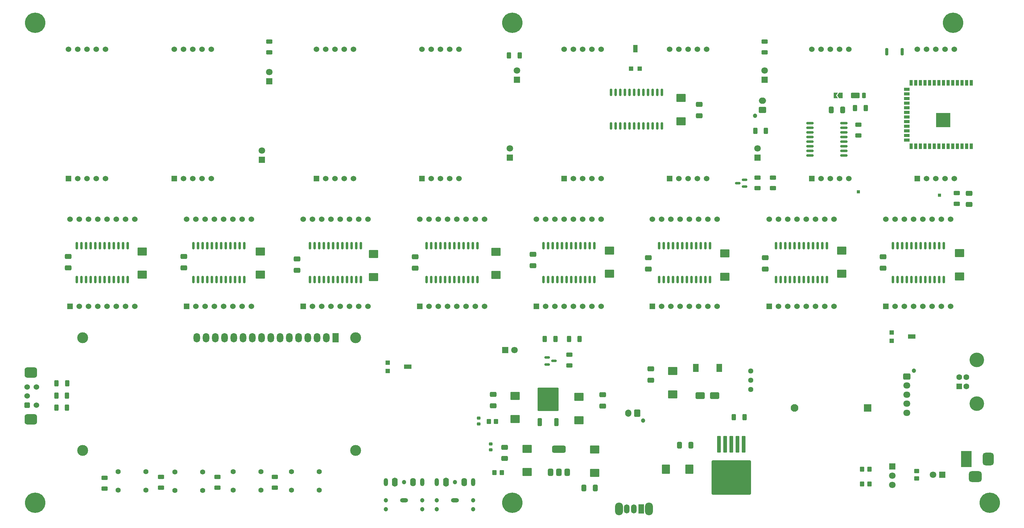
<source format=gbr>
%TF.GenerationSoftware,KiCad,Pcbnew,8.0.4*%
%TF.CreationDate,2024-09-13T09:32:51+02:00*%
%TF.ProjectId,DigiSlatePlus,44696769-536c-4617-9465-506c75732e6b,rev?*%
%TF.SameCoordinates,Original*%
%TF.FileFunction,Soldermask,Bot*%
%TF.FilePolarity,Negative*%
%FSLAX46Y46*%
G04 Gerber Fmt 4.6, Leading zero omitted, Abs format (unit mm)*
G04 Created by KiCad (PCBNEW 8.0.4) date 2024-09-13 09:32:51*
%MOMM*%
%LPD*%
G01*
G04 APERTURE LIST*
G04 Aperture macros list*
%AMRoundRect*
0 Rectangle with rounded corners*
0 $1 Rounding radius*
0 $2 $3 $4 $5 $6 $7 $8 $9 X,Y pos of 4 corners*
0 Add a 4 corners polygon primitive as box body*
4,1,4,$2,$3,$4,$5,$6,$7,$8,$9,$2,$3,0*
0 Add four circle primitives for the rounded corners*
1,1,$1+$1,$2,$3*
1,1,$1+$1,$4,$5*
1,1,$1+$1,$6,$7*
1,1,$1+$1,$8,$9*
0 Add four rect primitives between the rounded corners*
20,1,$1+$1,$2,$3,$4,$5,0*
20,1,$1+$1,$4,$5,$6,$7,0*
20,1,$1+$1,$6,$7,$8,$9,0*
20,1,$1+$1,$8,$9,$2,$3,0*%
%AMFreePoly0*
4,1,6,1.000000,0.000000,0.500000,-0.750000,-0.500000,-0.750000,-0.500000,0.750000,0.500000,0.750000,1.000000,0.000000,1.000000,0.000000,$1*%
%AMFreePoly1*
4,1,6,0.500000,-0.750000,-0.650000,-0.750000,-0.150000,0.000000,-0.650000,0.750000,0.500000,0.750000,0.500000,-0.750000,0.500000,-0.750000,$1*%
G04 Aperture macros list end*
%ADD10R,3.000000X4.500000*%
%ADD11RoundRect,0.750000X0.750000X1.000000X-0.750000X1.000000X-0.750000X-1.000000X0.750000X-1.000000X0*%
%ADD12RoundRect,0.750000X1.000000X0.750000X-1.000000X0.750000X-1.000000X-0.750000X1.000000X-0.750000X0*%
%ADD13R,1.600000X1.600000*%
%ADD14C,1.600000*%
%ADD15C,4.000000*%
%ADD16R,1.524000X1.524000*%
%ADD17C,1.524000*%
%ADD18C,5.600000*%
%ADD19R,1.800000X1.800000*%
%ADD20C,1.800000*%
%ADD21RoundRect,0.250000X0.650000X-0.412500X0.650000X0.412500X-0.650000X0.412500X-0.650000X-0.412500X0*%
%ADD22RoundRect,0.250000X0.312500X0.625000X-0.312500X0.625000X-0.312500X-0.625000X0.312500X-0.625000X0*%
%ADD23RoundRect,0.250000X0.512000X-0.512000X0.512000X0.512000X-0.512000X0.512000X-0.512000X-0.512000X0*%
%ADD24RoundRect,0.725000X0.975000X0.725000X-0.975000X0.725000X-0.975000X-0.725000X0.975000X-0.725000X0*%
%ADD25RoundRect,0.150000X-0.587500X-0.150000X0.587500X-0.150000X0.587500X0.150000X-0.587500X0.150000X0*%
%ADD26RoundRect,0.150000X-0.150000X0.875000X-0.150000X-0.875000X0.150000X-0.875000X0.150000X0.875000X0*%
%ADD27C,1.200000*%
%ADD28O,1.200000X2.200000*%
%ADD29O,1.600000X2.300000*%
%ADD30O,2.200000X1.200000*%
%ADD31O,1.600000X2.500000*%
%ADD32RoundRect,0.250000X0.625000X-0.312500X0.625000X0.312500X-0.625000X0.312500X-0.625000X-0.312500X0*%
%ADD33RoundRect,0.250000X0.412500X0.650000X-0.412500X0.650000X-0.412500X-0.650000X0.412500X-0.650000X0*%
%ADD34FreePoly0,180.000000*%
%ADD35FreePoly1,180.000000*%
%ADD36RoundRect,0.250000X-0.312500X-0.625000X0.312500X-0.625000X0.312500X0.625000X-0.312500X0.625000X0*%
%ADD37RoundRect,0.250000X1.025000X-0.875000X1.025000X0.875000X-1.025000X0.875000X-1.025000X-0.875000X0*%
%ADD38RoundRect,0.250000X-1.000000X-0.650000X1.000000X-0.650000X1.000000X0.650000X-1.000000X0.650000X0*%
%ADD39R,0.850000X0.850000*%
%ADD40RoundRect,0.250000X-0.875000X-1.025000X0.875000X-1.025000X0.875000X1.025000X-0.875000X1.025000X0*%
%ADD41RoundRect,0.250000X-0.625000X0.312500X-0.625000X-0.312500X0.625000X-0.312500X0.625000X0.312500X0*%
%ADD42O,2.200000X3.500000*%
%ADD43R,1.500000X2.500000*%
%ADD44O,1.500000X2.500000*%
%ADD45RoundRect,0.150000X0.875000X0.150000X-0.875000X0.150000X-0.875000X-0.150000X0.875000X-0.150000X0*%
%ADD46RoundRect,0.250000X0.350000X0.450000X-0.350000X0.450000X-0.350000X-0.450000X0.350000X-0.450000X0*%
%ADD47RoundRect,0.250000X-1.025000X0.875000X-1.025000X-0.875000X1.025000X-0.875000X1.025000X0.875000X0*%
%ADD48RoundRect,0.250000X-0.350000X-0.450000X0.350000X-0.450000X0.350000X0.450000X-0.350000X0.450000X0*%
%ADD49RoundRect,0.250000X0.950000X0.500000X-0.950000X0.500000X-0.950000X-0.500000X0.950000X-0.500000X0*%
%ADD50RoundRect,0.250000X0.275000X0.500000X-0.275000X0.500000X-0.275000X-0.500000X0.275000X-0.500000X0*%
%ADD51RoundRect,0.218750X-0.256250X0.218750X-0.256250X-0.218750X0.256250X-0.218750X0.256250X0.218750X0*%
%ADD52C,1.440000*%
%ADD53C,1.397000*%
%ADD54RoundRect,0.200000X0.200000X0.800000X-0.200000X0.800000X-0.200000X-0.800000X0.200000X-0.800000X0*%
%ADD55RoundRect,0.250000X0.750000X-0.600000X0.750000X0.600000X-0.750000X0.600000X-0.750000X-0.600000X0*%
%ADD56O,2.000000X1.700000*%
%ADD57RoundRect,0.250000X0.350000X-0.850000X0.350000X0.850000X-0.350000X0.850000X-0.350000X-0.850000X0*%
%ADD58RoundRect,0.249997X2.650003X-2.950003X2.650003X2.950003X-2.650003X2.950003X-2.650003X-2.950003X0*%
%ADD59RoundRect,0.250000X-0.450000X0.350000X-0.450000X-0.350000X0.450000X-0.350000X0.450000X0.350000X0*%
%ADD60C,3.000000*%
%ADD61R,1.800000X2.600000*%
%ADD62O,1.800000X2.600000*%
%ADD63RoundRect,0.250000X-0.650000X0.412500X-0.650000X-0.412500X0.650000X-0.412500X0.650000X0.412500X0*%
%ADD64RoundRect,0.250000X0.600000X0.750000X-0.600000X0.750000X-0.600000X-0.750000X0.600000X-0.750000X0*%
%ADD65O,1.700000X2.000000*%
%ADD66RoundRect,0.150000X0.587500X0.150000X-0.587500X0.150000X-0.587500X-0.150000X0.587500X-0.150000X0*%
%ADD67R,1.300000X1.300000*%
%ADD68R,2.000000X1.300000*%
%ADD69RoundRect,0.250000X-0.412500X-0.650000X0.412500X-0.650000X0.412500X0.650000X-0.412500X0.650000X0*%
%ADD70RoundRect,0.375000X0.375000X-0.625000X0.375000X0.625000X-0.375000X0.625000X-0.375000X-0.625000X0*%
%ADD71RoundRect,0.500000X1.400000X-0.500000X1.400000X0.500000X-1.400000X0.500000X-1.400000X-0.500000X0*%
%ADD72R,2.100000X2.100000*%
%ADD73C,2.100000*%
%ADD74R,1.300000X2.000000*%
%ADD75RoundRect,0.250000X-0.725000X0.600000X-0.725000X-0.600000X0.725000X-0.600000X0.725000X0.600000X0*%
%ADD76O,1.950000X1.700000*%
%ADD77RoundRect,0.150000X0.150000X-0.875000X0.150000X0.875000X-0.150000X0.875000X-0.150000X-0.875000X0*%
%ADD78R,1.500000X2.200000*%
%ADD79R,0.900000X1.500000*%
%ADD80R,1.500000X0.900000*%
%ADD81C,0.600000*%
%ADD82R,3.900000X3.900000*%
%ADD83RoundRect,0.250000X-0.300000X2.050000X-0.300000X-2.050000X0.300000X-2.050000X0.300000X2.050000X0*%
%ADD84RoundRect,0.250002X-5.149998X4.449998X-5.149998X-4.449998X5.149998X-4.449998X5.149998X4.449998X0*%
G04 APERTURE END LIST*
D10*
%TO.C,J3*%
X331600000Y-190000000D03*
D11*
X337600000Y-190000000D03*
D12*
X334100000Y-194800000D03*
%TD*%
D13*
%TO.C,J2*%
X329640000Y-170000000D03*
D14*
X329640000Y-167500000D03*
X331640000Y-167500000D03*
X331640000Y-170000000D03*
D15*
X334500000Y-174750000D03*
X334500000Y-162750000D03*
%TD*%
D16*
%TO.C,U11*%
X213600000Y-148000000D03*
D17*
X216140000Y-148000000D03*
X218680000Y-148000000D03*
X221220000Y-148000000D03*
X223760000Y-148000000D03*
X226300000Y-148000000D03*
X228840000Y-148000000D03*
X231380000Y-148000000D03*
X231380000Y-124000000D03*
X228840000Y-124000000D03*
X226300000Y-124000000D03*
X223760000Y-124000000D03*
X221220000Y-124000000D03*
X218680000Y-124000000D03*
X216140000Y-124000000D03*
X213600000Y-124000000D03*
%TD*%
D16*
%TO.C,U5*%
X117555000Y-148000000D03*
D17*
X120095000Y-148000000D03*
X122635000Y-148000000D03*
X125175000Y-148000000D03*
X127715000Y-148000000D03*
X130255000Y-148000000D03*
X132795000Y-148000000D03*
X135335000Y-148000000D03*
X135335000Y-124000000D03*
X132795000Y-124000000D03*
X130255000Y-124000000D03*
X127715000Y-124000000D03*
X125175000Y-124000000D03*
X122635000Y-124000000D03*
X120095000Y-124000000D03*
X117555000Y-124000000D03*
%TD*%
D18*
%TO.C,HOLE-2*%
X207000000Y-70000000D03*
%TD*%
D16*
%TO.C,U32*%
X309525000Y-148000000D03*
D17*
X312065000Y-148000000D03*
X314605000Y-148000000D03*
X317145000Y-148000000D03*
X319685000Y-148000000D03*
X322225000Y-148000000D03*
X324765000Y-148000000D03*
X327305000Y-148000000D03*
X327305000Y-124000000D03*
X324765000Y-124000000D03*
X322225000Y-124000000D03*
X319685000Y-124000000D03*
X317145000Y-124000000D03*
X314605000Y-124000000D03*
X312065000Y-124000000D03*
X309525000Y-124000000D03*
%TD*%
D16*
%TO.C,U14*%
X153175000Y-112890000D03*
D17*
X155715000Y-112890000D03*
X158255000Y-112890000D03*
X160795000Y-112890000D03*
X163335000Y-112890000D03*
X163335000Y-77330000D03*
X160795000Y-77330000D03*
X158255000Y-77330000D03*
X155715000Y-77330000D03*
X153175000Y-77330000D03*
%TD*%
D16*
%TO.C,U17*%
X221175000Y-112890000D03*
D17*
X223715000Y-112890000D03*
X226255000Y-112890000D03*
X228795000Y-112890000D03*
X231335000Y-112890000D03*
X231335000Y-77330000D03*
X228795000Y-77330000D03*
X226255000Y-77330000D03*
X223715000Y-77330000D03*
X221175000Y-77330000D03*
%TD*%
D16*
%TO.C,U13*%
X114175000Y-112890000D03*
D17*
X116715000Y-112890000D03*
X119255000Y-112890000D03*
X121795000Y-112890000D03*
X124335000Y-112890000D03*
X124335000Y-77330000D03*
X121795000Y-77330000D03*
X119255000Y-77330000D03*
X116715000Y-77330000D03*
X114175000Y-77330000D03*
%TD*%
D18*
%TO.C,HOLE-1*%
X76000000Y-70000000D03*
%TD*%
D16*
%TO.C,U30*%
X277490000Y-148000000D03*
D17*
X280030000Y-148000000D03*
X282570000Y-148000000D03*
X285110000Y-148000000D03*
X287650000Y-148000000D03*
X290190000Y-148000000D03*
X292730000Y-148000000D03*
X295270000Y-148000000D03*
X295270000Y-124000000D03*
X292730000Y-124000000D03*
X290190000Y-124000000D03*
X287650000Y-124000000D03*
X285110000Y-124000000D03*
X282570000Y-124000000D03*
X280030000Y-124000000D03*
X277490000Y-124000000D03*
%TD*%
D19*
%TO.C,D2*%
X208255000Y-85650000D03*
D20*
X208255000Y-83110000D03*
%TD*%
D16*
%TO.C,U9*%
X181555000Y-148000000D03*
D17*
X184095000Y-148000000D03*
X186635000Y-148000000D03*
X189175000Y-148000000D03*
X191715000Y-148000000D03*
X194255000Y-148000000D03*
X196795000Y-148000000D03*
X199335000Y-148000000D03*
X199335000Y-124000000D03*
X196795000Y-124000000D03*
X194255000Y-124000000D03*
X191715000Y-124000000D03*
X189175000Y-124000000D03*
X186635000Y-124000000D03*
X184095000Y-124000000D03*
X181555000Y-124000000D03*
%TD*%
D19*
%TO.C,D1*%
X140255000Y-86110000D03*
D20*
X140255000Y-83570000D03*
%TD*%
D16*
%TO.C,U15*%
X182175000Y-112890000D03*
D17*
X184715000Y-112890000D03*
X187255000Y-112890000D03*
X189795000Y-112890000D03*
X192335000Y-112890000D03*
X192335000Y-77330000D03*
X189795000Y-77330000D03*
X187255000Y-77330000D03*
X184715000Y-77330000D03*
X182175000Y-77330000D03*
%TD*%
D16*
%TO.C,U28*%
X245410000Y-148000000D03*
D17*
X247950000Y-148000000D03*
X250490000Y-148000000D03*
X253030000Y-148000000D03*
X255570000Y-148000000D03*
X258110000Y-148000000D03*
X260650000Y-148000000D03*
X263190000Y-148000000D03*
X263190000Y-124000000D03*
X260650000Y-124000000D03*
X258110000Y-124000000D03*
X255570000Y-124000000D03*
X253030000Y-124000000D03*
X250490000Y-124000000D03*
X247950000Y-124000000D03*
X245410000Y-124000000D03*
%TD*%
D19*
%TO.C,D5*%
X206255000Y-107110000D03*
D20*
X206255000Y-104570000D03*
%TD*%
D19*
%TO.C,D3*%
X276255000Y-85650000D03*
D20*
X276255000Y-83110000D03*
%TD*%
D18*
%TO.C,HOLE-4*%
X76000000Y-202000000D03*
%TD*%
%TO.C,HOLE-6*%
X338000000Y-202000000D03*
%TD*%
D19*
%TO.C,D7*%
X205000000Y-160000000D03*
D20*
X207540000Y-160000000D03*
%TD*%
D16*
%TO.C,U20*%
X318175000Y-112890000D03*
D17*
X320715000Y-112890000D03*
X323255000Y-112890000D03*
X325795000Y-112890000D03*
X328335000Y-112890000D03*
X328335000Y-77330000D03*
X325795000Y-77330000D03*
X323255000Y-77330000D03*
X320715000Y-77330000D03*
X318175000Y-77330000D03*
%TD*%
D16*
%TO.C,U8*%
X149555000Y-148000000D03*
D17*
X152095000Y-148000000D03*
X154635000Y-148000000D03*
X157175000Y-148000000D03*
X159715000Y-148000000D03*
X162255000Y-148000000D03*
X164795000Y-148000000D03*
X167335000Y-148000000D03*
X167335000Y-124000000D03*
X164795000Y-124000000D03*
X162255000Y-124000000D03*
X159715000Y-124000000D03*
X157175000Y-124000000D03*
X154635000Y-124000000D03*
X152095000Y-124000000D03*
X149555000Y-124000000D03*
%TD*%
D16*
%TO.C,U18*%
X250175000Y-112890000D03*
D17*
X252715000Y-112890000D03*
X255255000Y-112890000D03*
X257795000Y-112890000D03*
X260335000Y-112890000D03*
X260335000Y-77330000D03*
X257795000Y-77330000D03*
X255255000Y-77330000D03*
X252715000Y-77330000D03*
X250175000Y-77330000D03*
%TD*%
D18*
%TO.C,HOLE-3*%
X328000000Y-70000000D03*
%TD*%
D16*
%TO.C,U19*%
X289175000Y-112890000D03*
D17*
X291715000Y-112890000D03*
X294255000Y-112890000D03*
X296795000Y-112890000D03*
X299335000Y-112890000D03*
X299335000Y-77330000D03*
X296795000Y-77330000D03*
X294255000Y-77330000D03*
X291715000Y-77330000D03*
X289175000Y-77330000D03*
%TD*%
D18*
%TO.C,HOLE-5*%
X207000000Y-202000000D03*
%TD*%
D16*
%TO.C,U26*%
X85555000Y-148000000D03*
D17*
X88095000Y-148000000D03*
X90635000Y-148000000D03*
X93175000Y-148000000D03*
X95715000Y-148000000D03*
X98255000Y-148000000D03*
X100795000Y-148000000D03*
X103335000Y-148000000D03*
X103335000Y-124000000D03*
X100795000Y-124000000D03*
X98255000Y-124000000D03*
X95715000Y-124000000D03*
X93175000Y-124000000D03*
X90635000Y-124000000D03*
X88095000Y-124000000D03*
X85555000Y-124000000D03*
%TD*%
D19*
%TO.C,D4*%
X138255000Y-107650000D03*
D20*
X138255000Y-105110000D03*
%TD*%
D16*
%TO.C,U12*%
X85175000Y-112890000D03*
D17*
X87715000Y-112890000D03*
X90255000Y-112890000D03*
X92795000Y-112890000D03*
X95335000Y-112890000D03*
X95335000Y-77330000D03*
X92795000Y-77330000D03*
X90255000Y-77330000D03*
X87715000Y-77330000D03*
X85175000Y-77330000D03*
%TD*%
D19*
%TO.C,D6*%
X274255000Y-107110000D03*
D20*
X274255000Y-104570000D03*
%TD*%
D19*
%TO.C,D11*%
X325000000Y-194310000D03*
D20*
X322460000Y-194310000D03*
%TD*%
D21*
%TO.C,C1*%
X332400000Y-120000000D03*
X332400000Y-116875000D03*
%TD*%
D22*
%TO.C,R30*%
X276610000Y-99695000D03*
X273685000Y-99695000D03*
%TD*%
D23*
%TO.C,SW1*%
X73799500Y-175135000D03*
D17*
X73799500Y-170135000D03*
X73799500Y-172635000D03*
X76299500Y-175135000D03*
X76299500Y-170135000D03*
D24*
X74849500Y-166185000D03*
X74849500Y-179085000D03*
%TD*%
D19*
%TO.C,D9*%
X311250000Y-191980000D03*
D20*
X311250000Y-194520000D03*
X311250000Y-197060000D03*
%TD*%
D25*
%TO.C,Q2*%
X216525000Y-163950000D03*
X216525000Y-162050000D03*
X218400000Y-163000000D03*
%TD*%
D26*
%TO.C,U4*%
X119460000Y-131350000D03*
X120730000Y-131350000D03*
X122000000Y-131350000D03*
X123270000Y-131350000D03*
X124540000Y-131350000D03*
X125810000Y-131350000D03*
X127080000Y-131350000D03*
X128350000Y-131350000D03*
X129620000Y-131350000D03*
X130890000Y-131350000D03*
X132160000Y-131350000D03*
X133430000Y-131350000D03*
X133430000Y-140650000D03*
X132160000Y-140650000D03*
X130890000Y-140650000D03*
X129620000Y-140650000D03*
X128350000Y-140650000D03*
X127080000Y-140650000D03*
X125810000Y-140650000D03*
X124540000Y-140650000D03*
X123270000Y-140650000D03*
X122000000Y-140650000D03*
X120730000Y-140650000D03*
X119460000Y-140650000D03*
%TD*%
D27*
%TO.C,J8*%
X182250000Y-203795000D03*
X182250000Y-201295000D03*
X177250000Y-196295000D03*
X172250000Y-203795000D03*
X172250000Y-201295000D03*
D28*
X182250000Y-196295000D03*
D29*
X179750000Y-196295000D03*
D30*
X177250000Y-201295000D03*
D28*
X172250000Y-196295000D03*
D31*
X174750000Y-196295000D03*
%TD*%
D32*
%TO.C,R26*%
X141765000Y-197835000D03*
X141765000Y-194910000D03*
%TD*%
D33*
%TO.C,C8*%
X255999000Y-186136000D03*
X252874000Y-186136000D03*
%TD*%
D34*
%TO.C,JP1*%
X297125000Y-90000000D03*
D35*
X295675000Y-90000000D03*
%TD*%
D36*
%TO.C,R14*%
X301075000Y-93500000D03*
X304000000Y-93500000D03*
%TD*%
D37*
%TO.C,C35*%
X329780000Y-139750000D03*
X329780000Y-133350000D03*
%TD*%
D38*
%TO.C,D10*%
X258500000Y-172500000D03*
X262500000Y-172500000D03*
%TD*%
D39*
%TO.C,J10*%
X324200000Y-117400000D03*
%TD*%
D37*
%TO.C,C33*%
X297395000Y-139050000D03*
X297395000Y-132650000D03*
%TD*%
%TO.C,C31*%
X265315000Y-139850000D03*
X265315000Y-133450000D03*
%TD*%
D40*
%TO.C,C9*%
X249174000Y-192786000D03*
X255574000Y-192786000D03*
%TD*%
D33*
%TO.C,C2*%
X297625000Y-94010000D03*
X294500000Y-94010000D03*
%TD*%
D41*
%TO.C,R7*%
X302000000Y-98075000D03*
X302000000Y-101000000D03*
%TD*%
D37*
%TO.C,C18*%
X211074000Y-193548000D03*
X211074000Y-187148000D03*
%TD*%
D21*
%TO.C,C28*%
X212665000Y-136775000D03*
X212665000Y-133650000D03*
%TD*%
D42*
%TO.C,SW7*%
X244475000Y-203740000D03*
X236275000Y-203740000D03*
D43*
X242375000Y-203740000D03*
D44*
X240375000Y-203740000D03*
X238375000Y-203740000D03*
%TD*%
D26*
%TO.C,U10*%
X215505000Y-131350000D03*
X216775000Y-131350000D03*
X218045000Y-131350000D03*
X219315000Y-131350000D03*
X220585000Y-131350000D03*
X221855000Y-131350000D03*
X223125000Y-131350000D03*
X224395000Y-131350000D03*
X225665000Y-131350000D03*
X226935000Y-131350000D03*
X228205000Y-131350000D03*
X229475000Y-131350000D03*
X229475000Y-140650000D03*
X228205000Y-140650000D03*
X226935000Y-140650000D03*
X225665000Y-140650000D03*
X224395000Y-140650000D03*
X223125000Y-140650000D03*
X221855000Y-140650000D03*
X220585000Y-140650000D03*
X219315000Y-140650000D03*
X218045000Y-140650000D03*
X216775000Y-140650000D03*
X215505000Y-140650000D03*
%TD*%
D22*
%TO.C,R13*%
X218800000Y-157000000D03*
X215875000Y-157000000D03*
%TD*%
D45*
%TO.C,U2*%
X298000000Y-97610000D03*
X298000000Y-98880000D03*
X298000000Y-100150000D03*
X298000000Y-101420000D03*
X298000000Y-102690000D03*
X298000000Y-103960000D03*
X298000000Y-105230000D03*
X298000000Y-106500000D03*
X288700000Y-106500000D03*
X288700000Y-105230000D03*
X288700000Y-103960000D03*
X288700000Y-102690000D03*
X288700000Y-101420000D03*
X288700000Y-100150000D03*
X288700000Y-98880000D03*
X288700000Y-97610000D03*
%TD*%
D32*
%TO.C,R1*%
X329000000Y-119762500D03*
X329000000Y-116837500D03*
%TD*%
D46*
%TO.C,R24*%
X202500000Y-179615000D03*
X200500000Y-179615000D03*
%TD*%
D32*
%TO.C,R27*%
X126015000Y-197835000D03*
X126015000Y-194910000D03*
%TD*%
D26*
%TO.C,U27*%
X247315000Y-131350000D03*
X248585000Y-131350000D03*
X249855000Y-131350000D03*
X251125000Y-131350000D03*
X252395000Y-131350000D03*
X253665000Y-131350000D03*
X254935000Y-131350000D03*
X256205000Y-131350000D03*
X257475000Y-131350000D03*
X258745000Y-131350000D03*
X260015000Y-131350000D03*
X261285000Y-131350000D03*
X261285000Y-140650000D03*
X260015000Y-140650000D03*
X258745000Y-140650000D03*
X257475000Y-140650000D03*
X256205000Y-140650000D03*
X254935000Y-140650000D03*
X253665000Y-140650000D03*
X252395000Y-140650000D03*
X251125000Y-140650000D03*
X249855000Y-140650000D03*
X248585000Y-140650000D03*
X247315000Y-140650000D03*
%TD*%
D41*
%TO.C,R11*%
X278500000Y-112575000D03*
X278500000Y-115500000D03*
%TD*%
D21*
%TO.C,C26*%
X180285000Y-137475000D03*
X180285000Y-134350000D03*
%TD*%
D47*
%TO.C,C11*%
X251000000Y-165800000D03*
X251000000Y-172200000D03*
%TD*%
D48*
%TO.C,R18*%
X303000000Y-196810000D03*
X305000000Y-196810000D03*
%TD*%
D32*
%TO.C,R29*%
X95015000Y-198085000D03*
X95015000Y-195160000D03*
%TD*%
D21*
%TO.C,C34*%
X308780000Y-137475000D03*
X308780000Y-134350000D03*
%TD*%
%TO.C,C22*%
X116840000Y-137370000D03*
X116840000Y-134245000D03*
%TD*%
D48*
%TO.C,R19*%
X303000000Y-192810000D03*
X305000000Y-192810000D03*
%TD*%
D49*
%TO.C,D8*%
X301125000Y-90000000D03*
D50*
X303500000Y-90000000D03*
%TD*%
D36*
%TO.C,R9*%
X206075000Y-79000000D03*
X209000000Y-79000000D03*
%TD*%
D51*
%TO.C,D12*%
X197750000Y-178760000D03*
X197750000Y-180335000D03*
%TD*%
D52*
%TO.C,RV4*%
X272415000Y-170815000D03*
X272415000Y-168275000D03*
X272415000Y-165735000D03*
%TD*%
D41*
%TO.C,R12*%
X274250000Y-112575000D03*
X274250000Y-115500000D03*
%TD*%
D53*
%TO.C,SW5*%
X98760000Y-198540000D03*
X106380000Y-198540000D03*
X98760000Y-193460000D03*
X106380000Y-193460000D03*
%TD*%
D54*
%TO.C,SW6*%
X314000000Y-78000000D03*
X309800000Y-78000000D03*
%TD*%
D26*
%TO.C,U6*%
X151460000Y-131350000D03*
X152730000Y-131350000D03*
X154000000Y-131350000D03*
X155270000Y-131350000D03*
X156540000Y-131350000D03*
X157810000Y-131350000D03*
X159080000Y-131350000D03*
X160350000Y-131350000D03*
X161620000Y-131350000D03*
X162890000Y-131350000D03*
X164160000Y-131350000D03*
X165430000Y-131350000D03*
X165430000Y-140650000D03*
X164160000Y-140650000D03*
X162890000Y-140650000D03*
X161620000Y-140650000D03*
X160350000Y-140650000D03*
X159080000Y-140650000D03*
X157810000Y-140650000D03*
X156540000Y-140650000D03*
X155270000Y-140650000D03*
X154000000Y-140650000D03*
X152730000Y-140650000D03*
X151460000Y-140650000D03*
%TD*%
D27*
%TO.C,J6*%
X273610000Y-95545000D03*
D55*
X275610000Y-93945000D03*
D56*
X275610000Y-91445000D03*
%TD*%
D37*
%TO.C,C23*%
X137795000Y-139275000D03*
X137795000Y-132875000D03*
%TD*%
D21*
%TO.C,C15*%
X201750000Y-175365000D03*
X201750000Y-172240000D03*
%TD*%
D32*
%TO.C,R28*%
X110515000Y-197835000D03*
X110515000Y-194910000D03*
%TD*%
D26*
%TO.C,U7*%
X183460000Y-131350000D03*
X184730000Y-131350000D03*
X186000000Y-131350000D03*
X187270000Y-131350000D03*
X188540000Y-131350000D03*
X189810000Y-131350000D03*
X191080000Y-131350000D03*
X192350000Y-131350000D03*
X193620000Y-131350000D03*
X194890000Y-131350000D03*
X196160000Y-131350000D03*
X197430000Y-131350000D03*
X197430000Y-140650000D03*
X196160000Y-140650000D03*
X194890000Y-140650000D03*
X193620000Y-140650000D03*
X192350000Y-140650000D03*
X191080000Y-140650000D03*
X189810000Y-140650000D03*
X188540000Y-140650000D03*
X187270000Y-140650000D03*
X186000000Y-140650000D03*
X184730000Y-140650000D03*
X183460000Y-140650000D03*
%TD*%
D53*
%TO.C,SW2*%
X146380000Y-198540000D03*
X154000000Y-198540000D03*
X146380000Y-193460000D03*
X154000000Y-193460000D03*
%TD*%
D36*
%TO.C,R3*%
X81817000Y-175865000D03*
X84742000Y-175865000D03*
%TD*%
D57*
%TO.C,U24*%
X219075000Y-179840000D03*
D58*
X216795000Y-173540000D03*
D57*
X214515000Y-179840000D03*
%TD*%
D53*
%TO.C,SW3*%
X130380000Y-198540000D03*
X138000000Y-198540000D03*
X130380000Y-193460000D03*
X138000000Y-193460000D03*
%TD*%
D21*
%TO.C,C4*%
X85090000Y-137370000D03*
X85090000Y-134245000D03*
%TD*%
D37*
%TO.C,C27*%
X202510000Y-139380000D03*
X202510000Y-132980000D03*
%TD*%
D59*
%TO.C,R23*%
X318000000Y-193310000D03*
X318000000Y-195310000D03*
%TD*%
D60*
%TO.C,DS1*%
X164000000Y-187643200D03*
X164000000Y-156642500D03*
X89001420Y-187643200D03*
X89000900Y-156642500D03*
D61*
X158500900Y-156642500D03*
D62*
X155960900Y-156642500D03*
X153420900Y-156642500D03*
X150880900Y-156642500D03*
X148340900Y-156642500D03*
X145800900Y-156642500D03*
X143260900Y-156642500D03*
X140720900Y-156642500D03*
X138180900Y-156642500D03*
X135640900Y-156642500D03*
X133100900Y-156642500D03*
X130560900Y-156642500D03*
X128020900Y-156642500D03*
X125480900Y-156642500D03*
X122940900Y-156642500D03*
X120400900Y-156642500D03*
%TD*%
D47*
%TO.C,C7*%
X253255000Y-90710000D03*
X253255000Y-97110000D03*
%TD*%
D63*
%TO.C,C10*%
X245000000Y-165200000D03*
X245000000Y-168325000D03*
%TD*%
D37*
%TO.C,C25*%
X168860000Y-139975000D03*
X168860000Y-133575000D03*
%TD*%
D21*
%TO.C,C30*%
X244315000Y-137775000D03*
X244315000Y-134650000D03*
%TD*%
D27*
%TO.C,J4*%
X242904000Y-179384000D03*
D64*
X241304000Y-177384000D03*
D65*
X238804000Y-177384000D03*
%TD*%
D66*
%TO.C,Q1*%
X270750000Y-113175000D03*
X270750000Y-115075000D03*
X268875000Y-114125000D03*
%TD*%
D37*
%TO.C,C29*%
X233665000Y-139050000D03*
X233665000Y-132650000D03*
%TD*%
D22*
%TO.C,R15*%
X225462500Y-157000000D03*
X222537500Y-157000000D03*
%TD*%
D67*
%TO.C,RV1*%
X172808000Y-163442000D03*
D68*
X178308000Y-164592000D03*
D67*
X172808000Y-165742000D03*
%TD*%
D53*
%TO.C,SW4*%
X114380000Y-198620000D03*
X122000000Y-198620000D03*
X114380000Y-193540000D03*
X122000000Y-193540000D03*
%TD*%
D37*
%TO.C,C16*%
X207750000Y-179015000D03*
X207750000Y-172615000D03*
%TD*%
D41*
%TO.C,R8*%
X140255000Y-75185000D03*
X140255000Y-78110000D03*
%TD*%
D32*
%TO.C,R16*%
X222650000Y-164225000D03*
X222650000Y-161300000D03*
%TD*%
D36*
%TO.C,R4*%
X81817000Y-172575000D03*
X84742000Y-172575000D03*
%TD*%
D69*
%TO.C,C19*%
X226636500Y-197973000D03*
X229761500Y-197973000D03*
%TD*%
D26*
%TO.C,U3*%
X87460000Y-131350000D03*
X88730000Y-131350000D03*
X90000000Y-131350000D03*
X91270000Y-131350000D03*
X92540000Y-131350000D03*
X93810000Y-131350000D03*
X95080000Y-131350000D03*
X96350000Y-131350000D03*
X97620000Y-131350000D03*
X98890000Y-131350000D03*
X100160000Y-131350000D03*
X101430000Y-131350000D03*
X101430000Y-140650000D03*
X100160000Y-140650000D03*
X98890000Y-140650000D03*
X97620000Y-140650000D03*
X96350000Y-140650000D03*
X95080000Y-140650000D03*
X93810000Y-140650000D03*
X92540000Y-140650000D03*
X91270000Y-140650000D03*
X90000000Y-140650000D03*
X88730000Y-140650000D03*
X87460000Y-140650000D03*
%TD*%
D67*
%TO.C,RV2*%
X311155000Y-155145000D03*
D68*
X316655000Y-156295000D03*
D67*
X311155000Y-157445000D03*
%TD*%
D70*
%TO.C,U25*%
X222074000Y-193598000D03*
X219774000Y-193598000D03*
D71*
X219774000Y-187298000D03*
D70*
X217474000Y-193598000D03*
%TD*%
D63*
%TO.C,C6*%
X258255000Y-92485000D03*
X258255000Y-95610000D03*
%TD*%
D72*
%TO.C,BT1*%
X304470000Y-175965000D03*
D73*
X284470000Y-175965000D03*
%TD*%
D48*
%TO.C,R25*%
X202079000Y-193683000D03*
X204079000Y-193683000D03*
%TD*%
D67*
%TO.C,RV3*%
X239605000Y-82610000D03*
D74*
X240755000Y-77110000D03*
D67*
X241905000Y-82610000D03*
%TD*%
D27*
%TO.C,J1*%
X317250000Y-165650000D03*
D75*
X315250000Y-167250000D03*
D76*
X315250000Y-169750000D03*
X315250000Y-172250000D03*
X315250000Y-174750000D03*
X315250000Y-177250000D03*
%TD*%
D37*
%TO.C,C5*%
X105410000Y-139275000D03*
X105410000Y-132875000D03*
%TD*%
D51*
%TO.C,D13*%
X201074000Y-185868000D03*
X201074000Y-187443000D03*
%TD*%
D37*
%TO.C,C20*%
X229596000Y-193782000D03*
X229596000Y-187382000D03*
%TD*%
D77*
%TO.C,U16*%
X248045000Y-98410000D03*
X246775000Y-98410000D03*
X245505000Y-98410000D03*
X244235000Y-98410000D03*
X242965000Y-98410000D03*
X241695000Y-98410000D03*
X240425000Y-98410000D03*
X239155000Y-98410000D03*
X237885000Y-98410000D03*
X236615000Y-98410000D03*
X235345000Y-98410000D03*
X234075000Y-98410000D03*
X234075000Y-89110000D03*
X235345000Y-89110000D03*
X236615000Y-89110000D03*
X237885000Y-89110000D03*
X239155000Y-89110000D03*
X240425000Y-89110000D03*
X241695000Y-89110000D03*
X242965000Y-89110000D03*
X244235000Y-89110000D03*
X245505000Y-89110000D03*
X246775000Y-89110000D03*
X248045000Y-89110000D03*
%TD*%
D21*
%TO.C,C13*%
X231800000Y-175400000D03*
X231800000Y-172275000D03*
%TD*%
%TO.C,C24*%
X147905000Y-138070000D03*
X147905000Y-134945000D03*
%TD*%
D39*
%TO.C,J9*%
X302000000Y-116500000D03*
%TD*%
D22*
%TO.C,R20*%
X270702500Y-178435000D03*
X267777500Y-178435000D03*
%TD*%
%TO.C,R2*%
X84774500Y-169125000D03*
X81849500Y-169125000D03*
%TD*%
D26*
%TO.C,U29*%
X279395000Y-131350000D03*
X280665000Y-131350000D03*
X281935000Y-131350000D03*
X283205000Y-131350000D03*
X284475000Y-131350000D03*
X285745000Y-131350000D03*
X287015000Y-131350000D03*
X288285000Y-131350000D03*
X289555000Y-131350000D03*
X290825000Y-131350000D03*
X292095000Y-131350000D03*
X293365000Y-131350000D03*
X293365000Y-140650000D03*
X292095000Y-140650000D03*
X290825000Y-140650000D03*
X289555000Y-140650000D03*
X288285000Y-140650000D03*
X287015000Y-140650000D03*
X285745000Y-140650000D03*
X284475000Y-140650000D03*
X283205000Y-140650000D03*
X281935000Y-140650000D03*
X280665000Y-140650000D03*
X279395000Y-140650000D03*
%TD*%
D27*
%TO.C,J7*%
X196250000Y-203795000D03*
X196250000Y-201295000D03*
X191250000Y-196295000D03*
X186250000Y-203795000D03*
X186250000Y-201295000D03*
D28*
X196250000Y-196295000D03*
D29*
X193750000Y-196295000D03*
D30*
X191250000Y-201295000D03*
D28*
X186250000Y-196295000D03*
D31*
X188750000Y-196295000D03*
%TD*%
D78*
%TO.C,L1*%
X257350000Y-164925000D03*
X263750000Y-164925000D03*
%TD*%
D21*
%TO.C,C17*%
X204824000Y-189848000D03*
X204824000Y-186723000D03*
%TD*%
D26*
%TO.C,U31*%
X311430000Y-131350000D03*
X312700000Y-131350000D03*
X313970000Y-131350000D03*
X315240000Y-131350000D03*
X316510000Y-131350000D03*
X317780000Y-131350000D03*
X319050000Y-131350000D03*
X320320000Y-131350000D03*
X321590000Y-131350000D03*
X322860000Y-131350000D03*
X324130000Y-131350000D03*
X325400000Y-131350000D03*
X325400000Y-140650000D03*
X324130000Y-140650000D03*
X322860000Y-140650000D03*
X321590000Y-140650000D03*
X320320000Y-140650000D03*
X319050000Y-140650000D03*
X317780000Y-140650000D03*
X316510000Y-140650000D03*
X315240000Y-140650000D03*
X313970000Y-140650000D03*
X312700000Y-140650000D03*
X311430000Y-140650000D03*
%TD*%
D37*
%TO.C,C14*%
X225300000Y-179300000D03*
X225300000Y-172900000D03*
%TD*%
D79*
%TO.C,U1*%
X333000000Y-104000000D03*
X331730000Y-104000000D03*
X330460000Y-104000000D03*
X329190000Y-104000000D03*
X327920000Y-104000000D03*
X326650000Y-104000000D03*
X325380000Y-104000000D03*
X324110000Y-104000000D03*
X322840000Y-104000000D03*
X321570000Y-104000000D03*
X320300000Y-104000000D03*
X319030000Y-104000000D03*
X317760000Y-104000000D03*
X316490000Y-104000000D03*
D80*
X315240000Y-102235000D03*
X315240000Y-100965000D03*
X315240000Y-99695000D03*
X315240000Y-98425000D03*
X315240000Y-97155000D03*
X315240000Y-95885000D03*
X315240000Y-94615000D03*
X315240000Y-93345000D03*
X315240000Y-92075000D03*
X315240000Y-90805000D03*
X315240000Y-89535000D03*
X315240000Y-88265000D03*
D79*
X316490000Y-86500000D03*
X317760000Y-86500000D03*
X319030000Y-86500000D03*
X320300000Y-86500000D03*
X321570000Y-86500000D03*
X322840000Y-86500000D03*
X324110000Y-86500000D03*
X325380000Y-86500000D03*
X326650000Y-86500000D03*
X327920000Y-86500000D03*
X329190000Y-86500000D03*
X330460000Y-86500000D03*
X331730000Y-86500000D03*
X333000000Y-86500000D03*
D81*
X324580000Y-98150000D03*
X325980000Y-98150000D03*
X323880000Y-97450000D03*
X325280000Y-97450000D03*
X326680000Y-97450000D03*
X324580000Y-96750000D03*
D82*
X325280000Y-96750000D03*
D81*
X325980000Y-96750000D03*
X323880000Y-96050000D03*
X325280000Y-96050000D03*
X326680000Y-96050000D03*
X324580000Y-95350000D03*
X325980000Y-95350000D03*
%TD*%
D21*
%TO.C,C32*%
X276395000Y-137775000D03*
X276395000Y-134650000D03*
%TD*%
D41*
%TO.C,R10*%
X276255000Y-75185000D03*
X276255000Y-78110000D03*
%TD*%
D83*
%TO.C,U21*%
X263700000Y-185910000D03*
X265400000Y-185910000D03*
X267100000Y-185910000D03*
D84*
X267100000Y-195060000D03*
D83*
X268800000Y-185910000D03*
X270500000Y-185910000D03*
%TD*%
M02*

</source>
